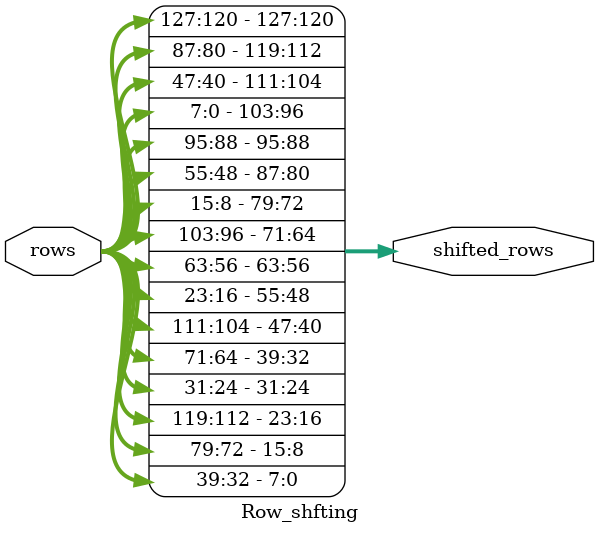
<source format=v>
module Row_shfting (
    input  [127:0] rows,
    output [127:0] shifted_rows
);

    // Row 0 (no shift)
    assign shifted_rows[127:120] = rows[127:120];
    assign shifted_rows[95:88]   = rows[95:88];
    assign shifted_rows[63:56]   = rows[63:56];
    assign shifted_rows[31:24]   = rows[31:24];

    // Row 1 (left shift by 1)
    assign shifted_rows[119:112] = rows[87:80];
    assign shifted_rows[87:80]   = rows[55:48];
    assign shifted_rows[55:48]   = rows[23:16];
    assign shifted_rows[23:16]   = rows[119:112];

    // Row 2 (left shift by 2)
    assign shifted_rows[111:104] = rows[47:40];
    assign shifted_rows[79:72]   = rows[15:8];
    assign shifted_rows[47:40]   = rows[111:104];
    assign shifted_rows[15:8]    = rows[79:72];

    // Row 3 (left shift by 3)
    assign shifted_rows[103:96]  = rows[7:0];
    assign shifted_rows[71:64]   = rows[103:96];
    assign shifted_rows[39:32]   = rows[71:64];
    assign shifted_rows[7:0]     = rows[39:32];

endmodule

</source>
